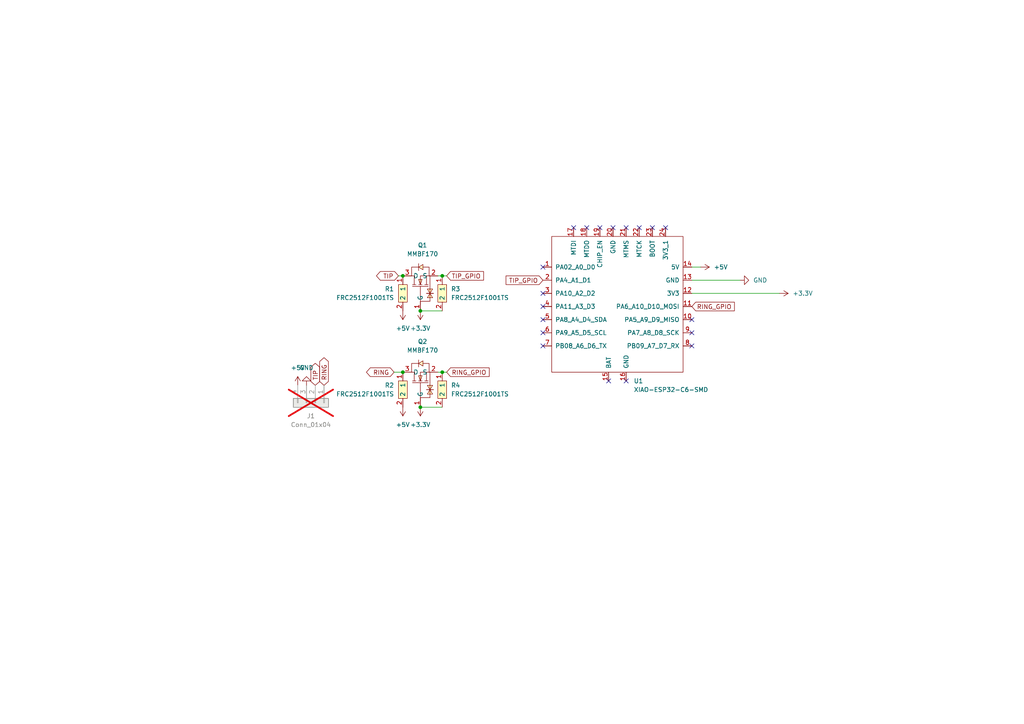
<source format=kicad_sch>
(kicad_sch (version 20231120) (generator "eeschema") (generator_version "8.0")
  (paper "A4")
  (lib_symbols
    (symbol "Connector_Generic:Conn_01x04" (pin_names (offset 1.016) hide)
      (property "Reference" "J" (at 0 5.08 0))
      (property "Value" "Conn_01x04" (at 0 -7.62 0))
      (symbol "Conn_01x04_1_1"
        (rectangle (start -1.27 -4.953) (end 0 -5.207) (stroke (width 0.1524)))
        (rectangle (start -1.27 -2.413) (end 0 -2.667) (stroke (width 0.1524)))
        (rectangle (start -1.27 0.127) (end 0 -0.127) (stroke (width 0.1524)))
        (rectangle (start -1.27 2.667) (end 0 2.413) (stroke (width 0.1524)))
        (rectangle (start -1.27 3.81) (end 1.27 -6.35) (stroke (width 0.254)) (fill (type background)))
        (pin passive line (at -5.08 2.54 0) (length 3.81) (name "Pin_1") (number "1"))
        (pin passive line (at -5.08 0 0) (length 3.81) (name "Pin_2") (number "2"))
        (pin passive line (at -5.08 -2.54 0) (length 3.81) (name "Pin_3") (number "3"))
        (pin passive line (at -5.08 -5.08 0) (length 3.81) (name "Pin_4") (number "4"))
      )
    )
    (symbol "Seeed_Studio_XIAO_Series-20240814:XIAO-ESP32-C6-SMD" (pin_names (offset 1.016))
      (property "Reference" "U" (at -18.542 23.114 0))
      (property "Value" "XIAO-ESP32-S3-SMD" (at -8.382 21.336 0))
      (symbol "XIAO-ESP32-C6-SMD_0_1"
        (rectangle (start 19.05 -19.05) (end -19.05 20.32))
      )
      (symbol "XIAO-ESP32-C6-SMD_1_1"
        (pin passive line (at -21.59 11.43 0) (length 2.54) (name "PA02_A0_D0") (number "1"))
        (pin passive line (at 21.59 -3.81 180) (length 2.54) (name "PA5_A9_D9_MISO") (number "10"))
        (pin passive line (at 21.59 0 180) (length 2.54) (name "PA6_A10_D10_MOSI") (number "11"))
        (pin passive line (at 21.59 3.81 180) (length 2.54) (name "3V3") (number "12"))
        (pin passive line (at 21.59 7.62 180) (length 2.54) (name "GND") (number "13"))
        (pin passive line (at 21.59 11.43 180) (length 2.54) (name "5V") (number "14"))
        (pin passive line (at -2.54 -21.59 90) (length 2.54) (name "BAT") (number "15"))
        (pin passive line (at 2.54 -21.59 90) (length 2.54) (name "GND") (number "16"))
        (pin passive line (at -12.7 22.86 270) (length 2.54) (name "MTDI") (number "17"))
        (pin passive line (at -8.89 22.86 270) (length 2.54) (name "MTDO") (number "18"))
        (pin passive line (at -5.08 22.86 270) (length 2.54) (name "CHIP_EN") (number "19"))
        (pin passive line (at -21.59 7.62 0) (length 2.54) (name "PA4_A1_D1") (number "2"))
        (pin passive line (at -1.27 22.86 270) (length 2.54) (name "GND") (number "20"))
        (pin passive line (at 2.54 22.86 270) (length 2.54) (name "MTMS") (number "21"))
        (pin passive line (at 6.35 22.86 270) (length 2.54) (name "MTCK") (number "22"))
        (pin passive line (at 10.16 22.86 270) (length 2.54) (name "BOOT") (number "23"))
        (pin passive line (at 13.97 22.86 270) (length 2.54) (name "3V3_1") (number "24"))
        (pin passive line (at -21.59 3.81 0) (length 2.54) (name "PA10_A2_D2") (number "3"))
        (pin passive line (at -21.59 0 0) (length 2.54) (name "PA11_A3_D3") (number "4"))
        (pin passive line (at -21.59 -3.81 0) (length 2.54) (name "PA8_A4_D4_SDA") (number "5"))
        (pin passive line (at -21.59 -7.62 0) (length 2.54) (name "PA9_A5_D5_SCL") (number "6"))
        (pin passive line (at -21.59 -11.43 0) (length 2.54) (name "PB08_A6_D6_TX") (number "7"))
        (pin passive line (at 21.59 -11.43 180) (length 2.54) (name "PB09_A7_D7_RX") (number "8"))
        (pin passive line (at 21.59 -7.62 180) (length 2.54) (name "PA7_A8_D8_SCK") (number "9"))
      )
    )
    (symbol "easyeda2kicad:FRC2512F1001TS"
      (property "Reference" "R" (at 0 5.08 0))
      (property "Value" "FRC2512F1001TS" (at 0 -5.08 0))
      (symbol "FRC2512F1001TS_0_1"
        (rectangle (start -2.54 1.27) (end 2.54 -1.27) (fill (type background)))
        (pin unspecified line (at -5.08 0 0) (length 2.54) (name "1") (number "1"))
        (pin unspecified line (at 5.08 0 180) (length 2.54) (name "2") (number "2"))
      )
    )
    (symbol "easyeda2kicad:MMBF170"
      (property "Reference" "Q" (at 0 10.16 0))
      (property "Value" "MMBF170" (at 0 -10.16 0))
      (symbol "MMBF170_0_1"
        (polyline (pts (xy -3.81 0) (xy 0.76 0)))
        (polyline (pts (xy -3.56 -2.79) (xy -3.56 0)))
        (polyline (pts (xy -3.56 -2.79) (xy 3.81 -2.79)))
        (polyline (pts (xy 0.76 2.29) (xy 0.76 -2.29)))
        (polyline (pts (xy 1.27 -2.29) (xy 1.27 -1.27)))
        (polyline (pts (xy 1.27 -0.51) (xy 1.27 0.51)))
        (polyline (pts (xy 1.27 2.29) (xy 1.27 1.27)))
        (polyline (pts (xy 3.81 -1.78) (xy 1.27 -1.78)))
        (polyline (pts (xy -1.27 -3.81) (xy -1.27 -3.3) (xy -1.27 -2.29) (xy -1.27 -1.78)))
        (polyline (pts (xy -1.27 -2.79) (xy -2.54 -2.03) (xy -2.54 -3.56) (xy -1.27 -2.79)) (fill (type background)))
        (polyline (pts (xy -1.27 -2.79) (xy 0 -3.56) (xy 0 -2.03) (xy -1.27 -2.79)) (fill (type background)))
        (polyline (pts (xy -1.27 -1.78) (xy -1.27 -2.29) (xy -1.27 -3.3) (xy -1.27 -3.81)))
        (polyline (pts (xy 1.27 0) (xy 2.79 -0.51) (xy 2.79 0.51) (xy 1.27 0)) (fill (type background)))
        (polyline (pts (xy 6.35 0.51) (xy 5.59 -0.76) (xy 7.11 -0.76) (xy 6.35 0.51)) (fill (type background)))
        (polyline (pts (xy 7.37 0.51) (xy 6.86 0.51) (xy 5.84 0.51) (xy 5.33 0.51)))
        (polyline (pts (xy 1.27 0) (xy 3.81 0) (xy 3.81 -2.54) (xy 6.35 -2.54) (xy 6.35 -0.76)))
        (polyline (pts (xy 1.27 1.78) (xy 3.81 1.78) (xy 3.81 2.54) (xy 6.35 2.54) (xy 6.35 0.51)))
        (pin unspecified line (at -6.35 0 0) (length 2.54) (name "G") (number "1"))
        (pin unspecified line (at 3.81 -5.08 90) (length 2.54) (name "S") (number "2"))
        (pin unspecified line (at 3.81 5.08 270) (length 2.54) (name "D") (number "3"))
      )
    )
    (symbol "power:+3.3V" (power) (pin_names (offset 0))
      (property "Value" "+3.3V" (at 0 3.556 0))
      (symbol "+3.3V_0_1"
        (polyline (pts (xy -0.762 1.27) (xy 0 2.54)))
        (polyline (pts (xy 0 0) (xy 0 2.54)))
        (polyline (pts (xy 0 2.54) (xy 0.762 1.27)))
      )
      (symbol "+3.3V_1_1"
        (pin power_in line (at 0 0 90) (length 0) hide (name "+3.3V") (number "1"))
      )
    )
    (symbol "power:+5V" (power) (pin_names (offset 0))
      (property "Value" "+5V" (at 0 3.556 0))
      (symbol "+5V_0_1"
        (polyline (pts (xy -0.762 1.27) (xy 0 2.54)))
        (polyline (pts (xy 0 0) (xy 0 2.54)))
        (polyline (pts (xy 0 2.54) (xy 0.762 1.27)))
      )
      (symbol "+5V_1_1"
        (pin power_in line (at 0 0 90) (length 0) hide (name "+5V") (number "1"))
      )
    )
    (symbol "power:GND" (power) (pin_names (offset 0))
      (property "Value" "GND" (at 0 -3.81 0))
      (symbol "GND_0_1"
        (polyline (pts (xy 0 0) (xy 0 -1.27) (xy 1.27 -1.27) (xy 0 -2.54) (xy -1.27 -1.27) (xy 0 -1.27)))
      )
      (symbol "GND_1_1"
        (pin power_in line (at 0 0 270) (length 0) hide (name "GND") (number "1"))
      )
    )
  )
  (junction (at 128.27 107.95))
  (junction (at 116.84 80.01))
  (junction (at 121.92 90.17))
  (junction (at 121.92 118.11))
  (junction (at 116.84 107.95))
  (junction (at 128.27 80.01))
  (no_connect (at 157.48 77.47))
  (no_connect (at 170.18 66.04))
  (no_connect (at 166.37 66.04))
  (no_connect (at 176.53 110.49))
  (no_connect (at 157.48 88.9))
  (no_connect (at 173.99 66.04))
  (no_connect (at 157.48 100.33))
  (no_connect (at 200.66 96.52))
  (no_connect (at 200.66 100.33))
  (no_connect (at 157.48 85.09))
  (no_connect (at 200.66 92.71))
  (no_connect (at 193.04 66.04))
  (no_connect (at 177.8 66.04))
  (no_connect (at 185.42 66.04))
  (no_connect (at 181.61 110.49))
  (no_connect (at 157.48 96.52))
  (no_connect (at 157.48 92.71))
  (no_connect (at 181.61 66.04))
  (no_connect (at 189.23 66.04))
  (wire (pts (xy 128.27 118.11) (xy 121.92 118.11)))
  (wire (pts (xy 114.3 107.95) (xy 116.84 107.95)))
  (wire (pts (xy 203.2 77.47) (xy 200.66 77.47)))
  (wire (pts (xy 127 107.95) (xy 128.27 107.95)))
  (wire (pts (xy 128.27 80.01) (xy 127 80.01)))
  (wire (pts (xy 121.92 90.17) (xy 128.27 90.17)))
  (wire (pts (xy 115.57 80.01) (xy 116.84 80.01)))
  (wire (pts (xy 128.27 107.95) (xy 129.54 107.95)))
  (wire (pts (xy 128.27 80.01) (xy 129.54 80.01)))
  (wire (pts (xy 200.66 85.09) (xy 226.06 85.09)))
  (wire (pts (xy 200.66 81.28) (xy 214.63 81.28)))
  (global_label "TIP_GPIO" (shape input) (at 157.48 81.28 180) (property "Intersheetrefs" "${INTERSHEET_REFS}" (effects (hide yes))))
  (global_label "TIP" (shape bidirectional) (at 91.44 111.76 90) (property "Intersheetrefs" "TIP" (effects (hide yes))))
  (global_label "RING" (shape bidirectional) (at 114.3 107.95 180) (property "Intersheetrefs" "${INTERSHEET_REFS}" (effects (hide yes))))
  (global_label "TIP_GPIO" (shape input) (at 129.54 80.01 0) (property "Intersheetrefs" "${INTERSHEET_REFS}" (effects (hide yes))))
  (global_label "RING_GPIO" (shape input) (at 200.66 88.9 0) (property "Intersheetrefs" "${INTERSHEET_REFS}" (effects (hide yes))))
  (global_label "TIP" (shape bidirectional) (at 115.57 80.01 180) (property "Intersheetrefs" "TIP" (effects (hide yes))))
  (global_label "RING" (shape bidirectional) (at 93.98 111.76 90) (property "Intersheetrefs" "${INTERSHEET_REFS}" (effects (hide yes))))
  (global_label "RING_GPIO" (shape input) (at 129.54 107.95 0) (property "Intersheetrefs" "${INTERSHEET_REFS}" (effects (hide yes))))
  (symbol (lib_id "easyeda2kicad:MMBF170") (at 121.92 111.76 90) (unit 1)
    (property "Reference" "Q2" (at 122.555 99.06 90))
    (property "Value" "MMBF170" (at 122.555 101.6 90))
    (property "Footprint" "easyeda2kicad:SOT-23-3_L2.9-W1.6-P1.90-LS2.8-BR" (effects (hide yes)))
    (property "Datasheet" "https://lcsc.com/product-detail/MOSFET_MMBF170_C130879.html" (effects (hide yes)))
    (property "LCSC Part" "C130879" (effects (hide yes)))
  )
  (symbol (lib_id "easyeda2kicad:FRC2512F1001TS") (at 128.27 113.03 270) (unit 1)
    (property "Reference" "R4" (at 130.81 111.7599 90) (effects (justify left)))
    (property "Value" "FRC2512F1001TS" (at 130.81 114.2999 90) (effects (justify left)))
    (property "Footprint" "easyeda2kicad:R2512" (effects (hide yes)))
    (property "LCSC Part" "C2960683" (effects (hide yes)))
  )
  (symbol (lib_id "power:+3.3V") (at 226.06 85.09 270) (unit 1)
    (property "Reference" "#PWR03" (effects (hide yes)))
    (property "Value" "+3.3V" (at 229.87 85.09 90) (effects (justify left)))
  )
  (symbol (lib_id "easyeda2kicad:FRC2512F1001TS") (at 116.84 113.03 90) (mirror x) (unit 1)
    (property "Reference" "R2" (at 114.3 111.7599 90) (effects (justify left)))
    (property "Value" "FRC2512F1001TS" (at 114.3 114.2999 90) (effects (justify left)))
    (property "Footprint" "easyeda2kicad:R2512" (effects (hide yes)))
    (property "LCSC Part" "C2960683" (effects (hide yes)))
  )
  (symbol (lib_id "power:+5V") (at 86.36 111.76 0) (unit 1)
    (property "Reference" "#PWR06" (effects (hide yes)))
    (property "Value" "+5V" (at 86.36 106.68 0))
  )
  (symbol (lib_id "easyeda2kicad:FRC2512F1001TS") (at 128.27 85.09 270) (unit 1)
    (property "Reference" "R3" (at 130.81 83.8199 90) (effects (justify left)))
    (property "Value" "FRC2512F1001TS" (at 130.81 86.3599 90) (effects (justify left)))
    (property "Footprint" "easyeda2kicad:R2512" (effects (hide yes)))
    (property "LCSC Part" "C2960683" (effects (hide yes)))
  )
  (symbol (lib_id "power:+5V") (at 203.2 77.47 270) (unit 1)
    (property "Reference" "#PWR01" (effects (hide yes)))
    (property "Value" "+5V" (at 207.01 77.47 90) (effects (justify left)))
  )
  (symbol (lib_id "power:GND") (at 88.9 111.76 180) (unit 1)
    (property "Reference" "#PWR07" (effects (hide yes)))
    (property "Value" "GND" (at 88.9 106.68 0))
  )
  (symbol (lib_id "easyeda2kicad:MMBF170") (at 121.92 83.82 90) (unit 1)
    (property "Reference" "Q1" (at 122.555 71.12 90))
    (property "Value" "MMBF170" (at 122.555 73.66 90))
    (property "Footprint" "easyeda2kicad:SOT-23-3_L2.9-W1.6-P1.90-LS2.8-BR" (effects (hide yes)))
    (property "Datasheet" "https://lcsc.com/product-detail/MOSFET_MMBF170_C130879.html" (effects (hide yes)))
    (property "LCSC Part" "C130879" (effects (hide yes)))
  )
  (symbol (lib_id "easyeda2kicad:FRC2512F1001TS") (at 116.84 85.09 90) (mirror x) (unit 1)
    (property "Reference" "R1" (at 114.3 83.8199 90) (effects (justify left)))
    (property "Value" "FRC2512F1001TS" (at 114.3 86.3599 90) (effects (justify left)))
    (property "Footprint" "easyeda2kicad:R2512" (effects (hide yes)))
    (property "LCSC Part" "C2960683" (effects (hide yes)))
  )
  (symbol (lib_id "power:+5V") (at 116.84 90.17 180) (unit 1)
    (property "Reference" "#PWR04" (effects (hide yes)))
    (property "Value" "+5V" (at 116.84 95.25 0))
  )
  (symbol (lib_id "Connector_Generic:Conn_01x04") (at 91.44 116.84 270) (unit 1) (dnp yes)
    (property "Reference" "J1" (at 90.17 120.65 90))
    (property "Value" "Conn_01x04" (at 90.17 123.19 90))
    (property "Footprint" "Connector_PinHeader_2.54mm:PinHeader_1x04_P2.54mm_Vertical" (effects (hide yes)))
  )
  (symbol (lib_id "power:GND") (at 214.63 81.28 90) (unit 1)
    (property "Reference" "#PWR02" (effects (hide yes)))
    (property "Value" "GND" (at 218.44 81.28 90) (effects (justify right)))
  )
  (symbol (lib_id "power:+3.3V") (at 121.92 90.17 180) (unit 1)
    (property "Reference" "#PWR08" (effects (hide yes)))
    (property "Value" "+3.3V" (at 121.92 95.25 0))
  )
  (symbol (lib_id "power:+5V") (at 116.84 118.11 180) (unit 1)
    (property "Reference" "#PWR05" (effects (hide yes)))
    (property "Value" "+5V" (at 116.84 123.19 0))
  )
  (symbol (lib_id "Seeed_Studio_XIAO_Series-20240814:XIAO-ESP32-C6-SMD") (at 179.07 88.9 0) (unit 1)
    (property "Reference" "U1" (at 183.8041 110.49 0) (effects (justify left)))
    (property "Value" "XIAO-ESP32-C6-SMD" (at 183.8041 113.03 0) (effects (justify left)))
    (property "Footprint" "Seeed_Studio_XIAO_Series:XIAO-ESP32-C6-SMD" (effects (hide yes)))
    (property "Datasheet" "https://www.seeedstudio.com/Seeed-Studio-XIAO-ESP32C6-p-5884.html" (effects (hide yes)))
  )
  (symbol (lib_id "power:+3.3V") (at 121.92 118.11 180) (unit 1)
    (property "Reference" "#PWR09" (effects (hide yes)))
    (property "Value" "+3.3V" (at 121.92 123.19 0))
  )
)
</source>
